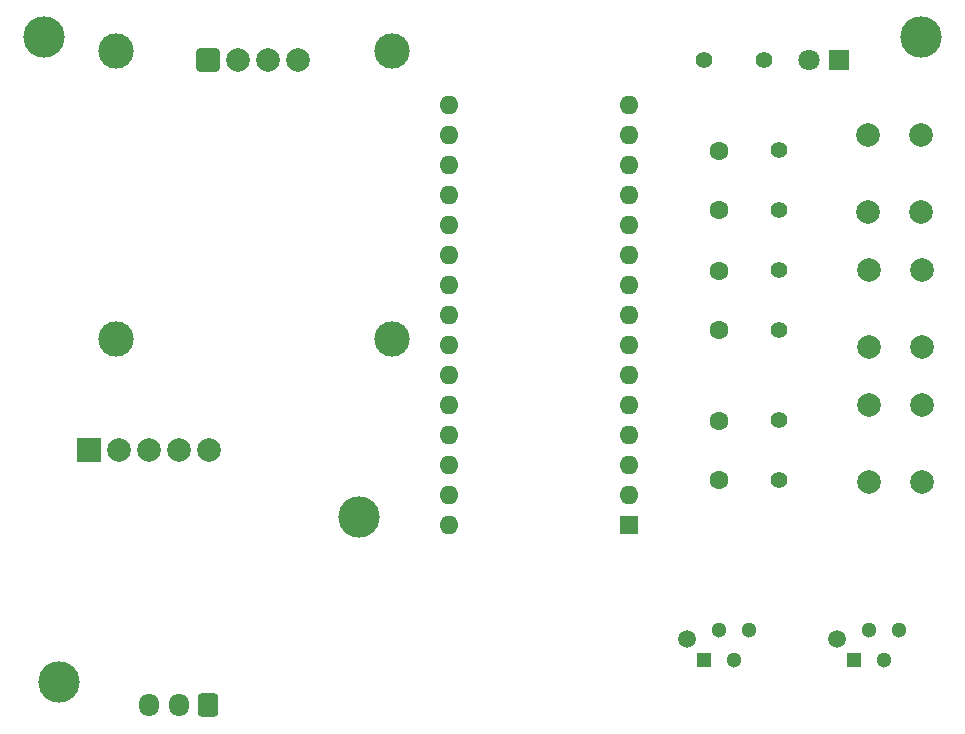
<source format=gbs>
G04 #@! TF.GenerationSoftware,KiCad,Pcbnew,9.0.3*
G04 #@! TF.CreationDate,2025-07-11T17:18:18-05:00*
G04 #@! TF.ProjectId,Projects,50726f6a-6563-4747-932e-6b696361645f,11/07/2026*
G04 #@! TF.SameCoordinates,Original*
G04 #@! TF.FileFunction,Soldermask,Bot*
G04 #@! TF.FilePolarity,Negative*
%FSLAX46Y46*%
G04 Gerber Fmt 4.6, Leading zero omitted, Abs format (unit mm)*
G04 Created by KiCad (PCBNEW 9.0.3) date 2025-07-11 17:18:18*
%MOMM*%
%LPD*%
G01*
G04 APERTURE LIST*
G04 Aperture macros list*
%AMRoundRect*
0 Rectangle with rounded corners*
0 $1 Rounding radius*
0 $2 $3 $4 $5 $6 $7 $8 $9 X,Y pos of 4 corners*
0 Add a 4 corners polygon primitive as box body*
4,1,4,$2,$3,$4,$5,$6,$7,$8,$9,$2,$3,0*
0 Add four circle primitives for the rounded corners*
1,1,$1+$1,$2,$3*
1,1,$1+$1,$4,$5*
1,1,$1+$1,$6,$7*
1,1,$1+$1,$8,$9*
0 Add four rect primitives between the rounded corners*
20,1,$1+$1,$2,$3,$4,$5,0*
20,1,$1+$1,$4,$5,$6,$7,0*
20,1,$1+$1,$6,$7,$8,$9,0*
20,1,$1+$1,$8,$9,$2,$3,0*%
G04 Aperture macros list end*
%ADD10C,3.500000*%
%ADD11R,2.000000X2.000000*%
%ADD12C,2.000000*%
%ADD13C,1.400000*%
%ADD14C,1.500000*%
%ADD15R,1.300000X1.300000*%
%ADD16C,1.300000*%
%ADD17C,1.600000*%
%ADD18R,1.600000X1.600000*%
%ADD19O,1.600000X1.600000*%
%ADD20RoundRect,0.250000X0.600000X0.725000X-0.600000X0.725000X-0.600000X-0.725000X0.600000X-0.725000X0*%
%ADD21O,1.700000X1.950000*%
%ADD22R,1.800000X1.800000*%
%ADD23C,1.800000*%
%ADD24C,3.000000*%
%ADD25RoundRect,0.300000X-0.700000X-0.700000X0.700000X-0.700000X0.700000X0.700000X-0.700000X0.700000X0*%
G04 APERTURE END LIST*
D10*
X57150000Y-59055000D03*
X58420000Y-113665000D03*
X83820000Y-99695000D03*
X131445000Y-59055000D03*
D11*
X60960000Y-93980000D03*
D12*
X63500000Y-93980000D03*
X66040000Y-93980000D03*
X68580000Y-93980000D03*
X71120000Y-93980000D03*
D13*
X119380000Y-78740000D03*
X119380000Y-83820000D03*
D14*
X111630000Y-109960000D03*
D15*
X113030000Y-111760000D03*
D16*
X114300000Y-109220000D03*
X115570000Y-111760000D03*
X116840000Y-109220000D03*
D13*
X119380000Y-91440000D03*
X119380000Y-96520000D03*
X113030000Y-60960000D03*
X118110000Y-60960000D03*
X119380000Y-68580000D03*
X119380000Y-73660000D03*
D14*
X124330000Y-109960000D03*
D15*
X125730000Y-111760000D03*
D16*
X127000000Y-109220000D03*
X128270000Y-111760000D03*
X129540000Y-109220000D03*
D17*
X114300000Y-83820000D03*
X114300000Y-78820000D03*
D12*
X127000000Y-96670000D03*
X127000000Y-90170000D03*
X131500000Y-96670000D03*
X131500000Y-90170000D03*
D18*
X106680000Y-100330000D03*
D19*
X106680000Y-97790000D03*
X106680000Y-95250000D03*
X106680000Y-92710000D03*
X106680000Y-90170000D03*
X106680000Y-87630000D03*
X106680000Y-85090000D03*
X106680000Y-82550000D03*
X106680000Y-80010000D03*
X106680000Y-77470000D03*
X106680000Y-74930000D03*
X106680000Y-72390000D03*
X106680000Y-69850000D03*
X106680000Y-67310000D03*
X106680000Y-64770000D03*
X91440000Y-64770000D03*
X91440000Y-67310000D03*
X91440000Y-69850000D03*
X91440000Y-72390000D03*
X91440000Y-74930000D03*
X91440000Y-77470000D03*
X91440000Y-80010000D03*
X91440000Y-82550000D03*
X91440000Y-85090000D03*
X91440000Y-87630000D03*
X91440000Y-90170000D03*
X91440000Y-92710000D03*
X91440000Y-95250000D03*
X91440000Y-97790000D03*
X91440000Y-100330000D03*
D17*
X114300000Y-96520000D03*
X114300000Y-91520000D03*
D12*
X131445000Y-67310000D03*
X131445000Y-73810000D03*
X126945000Y-67310000D03*
X126945000Y-73810000D03*
D20*
X71080000Y-115570000D03*
D21*
X68580000Y-115570000D03*
X66080000Y-115570000D03*
D17*
X114300000Y-73660000D03*
X114300000Y-68660000D03*
D12*
X127000000Y-85240000D03*
X127000000Y-78740000D03*
X131500000Y-85240000D03*
X131500000Y-78740000D03*
D22*
X124460000Y-60960000D03*
D23*
X121920000Y-60960000D03*
D24*
X63246000Y-60198000D03*
X63246000Y-84582000D03*
X86614000Y-60198000D03*
X86614000Y-84582000D03*
D25*
X71069200Y-60960000D03*
D12*
X73609200Y-60960000D03*
X76149200Y-60960000D03*
X78689200Y-60960000D03*
M02*

</source>
